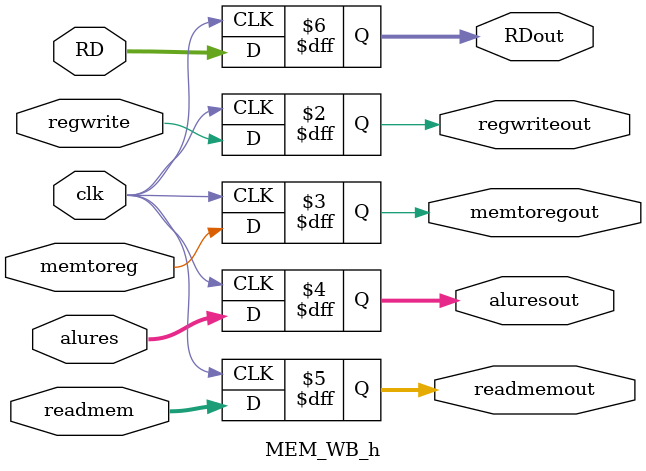
<source format=v>
`timescale 1ns / 1ps

module MEM_WB_h(
input clk,

input regwrite, memtoreg, 

input [63:0]alures, 

input [63:0]readmem, 

input [4:0]RD, 

output reg regwriteout, memtoregout, 

output reg [63:0]aluresout, 

output reg[63:0]readmemout, 

output reg[4:0]RDout 

); 
always @(posedge clk)
begin
    regwriteout = regwrite; 

    memtoregout = memtoreg; 

    aluresout = alures; 

    readmemout = readmem; 

    RDout = RD; 
end

endmodule

</source>
